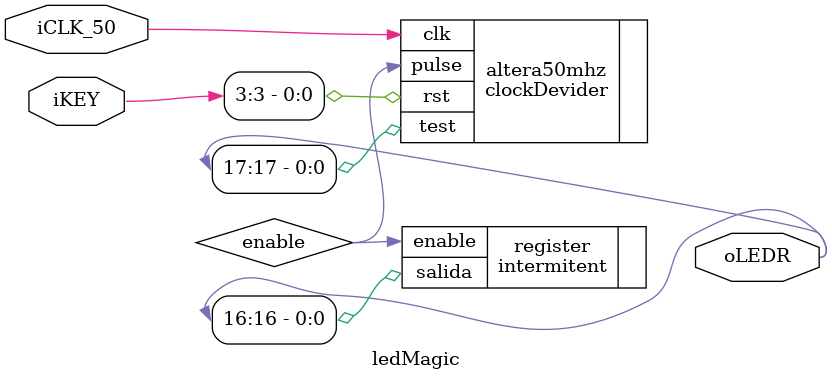
<source format=v>
`timescale 1ns / 1ps
module ledMagic(
  input[3:0] iKEY,
	 input iCLK_50,
	 output[17:0] oLEDR
    );
wire enable;

clockDevider altera50mhz (.clk(iCLK_50),.pulse(enable),.rst(iKEY[3]),.test(oLEDR[17]));
intermitent register (.enable(enable),.salida(oLEDR[16]));


endmodule

</source>
